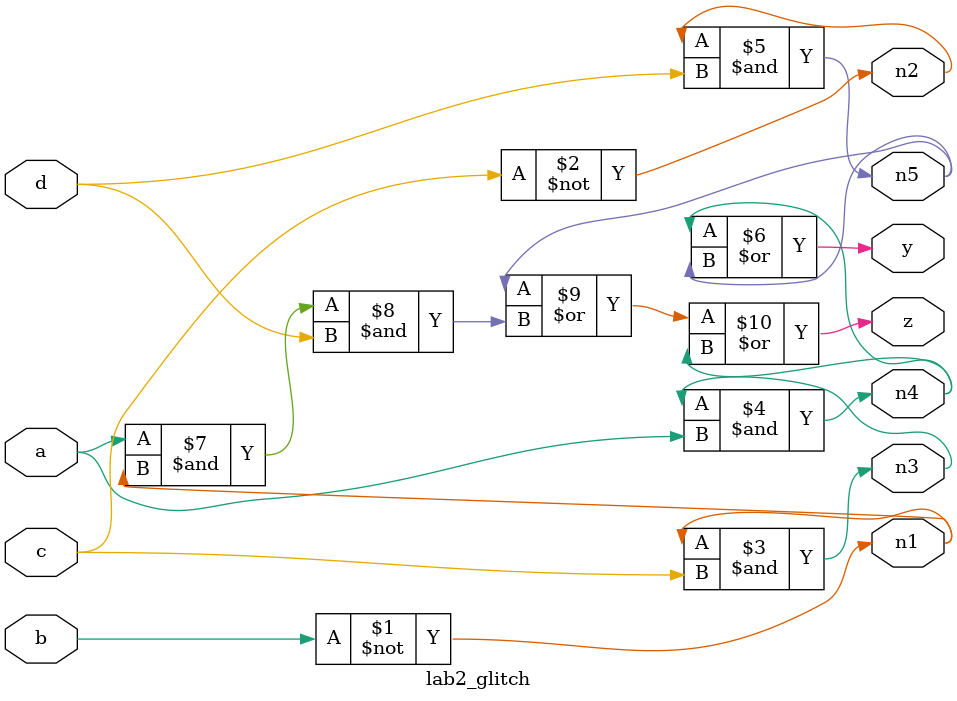
<source format=sv>
/* lab2_glitch.sv 
* 
* Hazirlayanlar: 
* Sule Nur Demirdas
* Aysu Akturk
* 
* Notlar: 
* ELM235 2023 Bahar Lab2 - Problem 1 
* Y = A and NOT B and C or NOT C and D denkleminin gerçeklemesi 
* Amaç: Devrede olu?an gecikmeleri ve glicthleri gozlemlemek
* 
*/ 
`timescale 1ns/1ns
module lab2_glitch(
	input logic a, b, c,d,
	output logic n1, n2 , n3, n4, n5 , y, z
);
assign #2 n1 = ~b; 
assign #2 n2 = ~c;
assign #2 n3 = n1 & c;
assign #2 n4 = n3 & a;
assign #2 n5 = n2 & d;
assign #2 y = n4 | n5; 
assign #2 z = n5 | a & n1 & d | n4; // Glicth giderilmesi için olu?turulan denklem
endmodule


</source>
